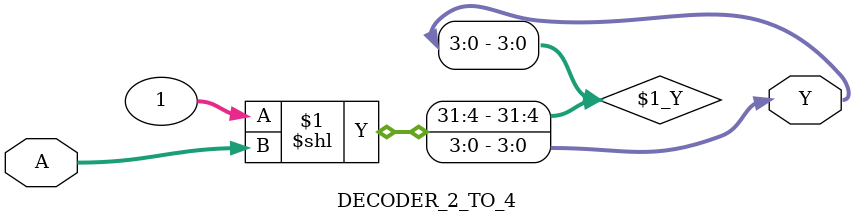
<source format=v>
module DECODER_2_TO_4 (
    input  [1:0] A,   // 2-bit input
    output [3:0] Y    // 4-bit output
);

    // Generate 4 output lines based on 2-bit input
    assign Y = (1 << A); 

endmodule


</source>
